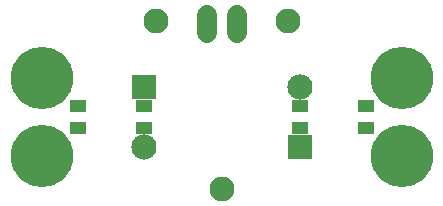
<source format=gbs>
G75*
%MOIN*%
%OFA0B0*%
%FSLAX25Y25*%
%IPPOS*%
%LPD*%
%AMOC8*
5,1,8,0,0,1.08239X$1,22.5*
%
%ADD10C,0.08300*%
%ADD11C,0.08400*%
%ADD12R,0.08400X0.08400*%
%ADD13R,0.05524X0.03950*%
%ADD14C,0.06737*%
%ADD15C,0.20800*%
D10*
X0075800Y0009300D03*
X0053800Y0065300D03*
X0097800Y0065300D03*
D11*
X0101800Y0043175D03*
X0049800Y0023175D03*
D12*
X0049800Y0043175D03*
X0101800Y0023175D03*
D13*
X0101800Y0029632D03*
X0101800Y0036718D03*
X0123800Y0036718D03*
X0123800Y0029632D03*
X0049800Y0029632D03*
X0049800Y0036718D03*
X0027800Y0036718D03*
X0027800Y0029632D03*
D14*
X0070800Y0061206D02*
X0070800Y0067144D01*
X0080800Y0067144D02*
X0080800Y0061206D01*
D15*
X0015800Y0020175D03*
X0015800Y0046175D03*
X0135800Y0046175D03*
X0135800Y0020175D03*
M02*

</source>
